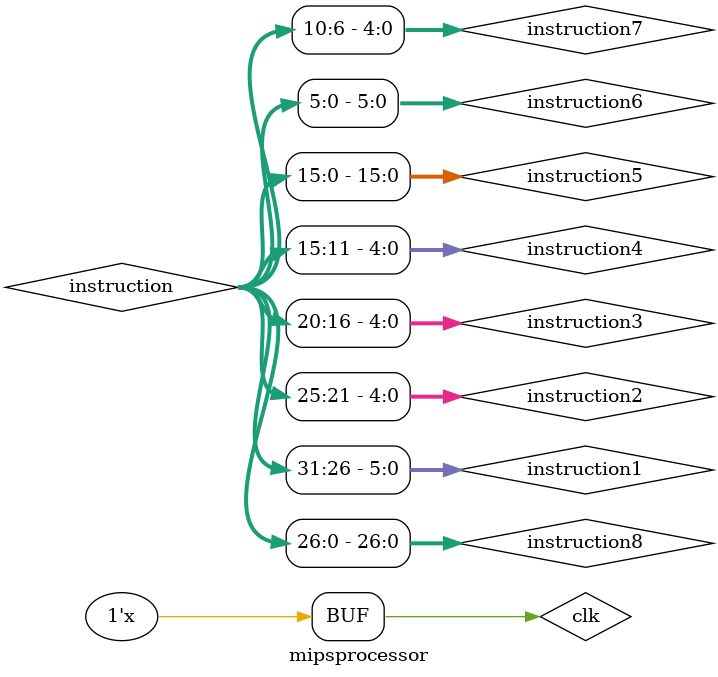
<source format=v>
module mipsprocessor();
	wire [31:0] a ;
	wire [31:0] b ;	
	wire [31:0] instruction ;
	wire [5:0] instruction1 ;
	wire [4:0] instruction2 ;
	wire [4:0] instruction3 ;
	wire [4:0] instruction4 ;
    wire [15:0] instruction5 ;
	wire [5:0] instruction6 ;
	wire [4:0] instruction7 ;
	wire [26:0] instruction8 ;
	wire alusrc,regwrite,memread,memwrite,br,aluop0,aluop1,j;
	wire [1:0] regdst ;
	wire [1:0] memtoreg;
	wire [31:0] read_data1 ; 
	wire [31:0] read_data2 ; 
	wire [31:0] write_data;
	
	wire [31:0] mux1out ; 		   
	wire [31:0] signextention_out ; 
	wire [31:0] secondoperand ;	
	wire [3:0] alucontrolinput;
	wire [1:0] aluop ;
	wire [31:0] alu_result ;
	wire  zero_signal ;	
	wire [31:0] read_data ;
	wire [31:0] pc_4 ;
	wire [27:0] shifted_jump ;
	wire memtoreg0,memtoreg1 ; 
	wire [31:0] jump_address ;
	wire [31:0] alu2_secondoperand ;
	wire [31:0] fulladderout;
	wire andout ;
	wire [31:0] firstmux_secondalu_out ;
	wire [31 :0] secondmux_secondalu_out ;
	wire [31:0] thirdmux_secondalu_out ;
	wire jumpReg ;
	
	wire reset ;
reg clk ; 
	parameter jal_reg_address =31 ;
        parameter zero =0 ;
	assign jump_address = {{pc_4[31:28]},shifted_jump} ;
	
	pc programcounter ( a,thirdmux_secondalu_out ,clk,reset);	
	//instr_memory im (a,instruction ,clk); 
        instruction_memory im (a,instruction ,clk);						
	assign instruction1=instruction[31:26];  
	assign instruction2=instruction[25:21];
	assign instruction3=instruction[20:16];
	assign instruction4=instruction[15:11];
	assign instruction5=instruction[15:0];
	assign instruction6=instruction[5:0];
	assign instruction7=instruction[10:6];
	assign instruction8=instruction[26:0];
	assign memtoreg0=memtoreg[0];
	assign memtoreg1=memtoreg[1];
	
	assign aluop = {aluop1,aluop0} ;
	controlunit cu (instruction1,regdst,alusrc,memtoreg,regwrite,memread,memwrite,br,aluop0,aluop1,j);
	
	mux_41 mux_regdst(instruction3 , instruction4 , jal_reg_address, zero ,regdst[0] , regdst[1] , mux1out ) ;
	
	//second error!
	RegisterFile regfile ( regwrite , instruction2 , instruction3 , read_data1 , read_data2 ,mux1out ,write_data ,clk );
	
	mux_21 mux_alu ( read_data2 ,signextention_out	, alusrc , secondoperand );
	
	signExtention se ( instruction5 ,  signextention_out ) ; 
	
	ALUControlUnit alucontrol ( alucontrolinput ,jumpReg ,aluop , instruction6);
	
	ALU alu ( alu_result , zero_signal , instruction7 , alucontrolinput ,read_data1 , secondoperand);
	
	Datamemory datamemory ( clk , alu_result , read_data2 , read_data , memread , memwrite ) ;
	
	mux_41 mux_datamemory( alu_result , read_data ,	pc_4 , zero , memtoreg0,memtoreg1,write_data);
	
	adder adder_pc (a , pc_4 ); 
	
	shiftby26 shiftingby2 ( shifted_jump ,instruction8 ); 
	
	shiftby2 shifting_constant_by2 ( alu2_secondoperand , signextention_out );
	
	adder32bit fulladder (fulladderout,n ,pc_4,signextention_out ,zero ) ;
	and and_branch ( andout , br , zero_signal ) ;
	mux_21 firstmux_secondalu (pc_4 ,fulladderout , andout ,firstmux_secondalu_out );
	mux_21 secondmux_secondalu ( firstmux_secondalu_out , jump_address , j ,secondmux_secondalu_out);
	mux_21 thirdmux_secondalu ( secondmux_secondalu_out , read_data1 ,jumpReg ,thirdmux_secondalu_out );
always begin 
          #5 clk=~clk ; 
end
	endmodule 

	
	
	
	
	
	
	
	
	
	
	
	
	
	

	
	
	
	
	
	
	
	
	
	
	
	
	
	
</source>
